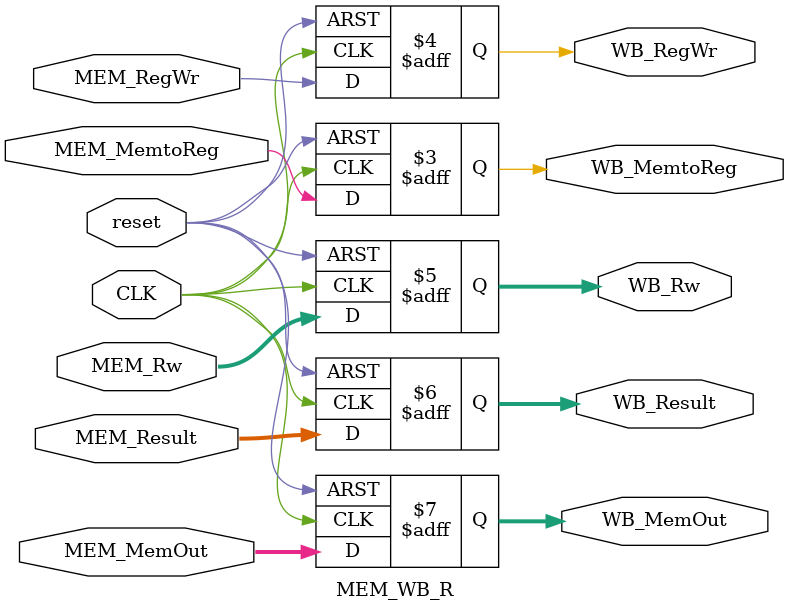
<source format=v>
`timescale 1ns / 1ps
module MEM_WB_R(
	MEM_MemtoReg, MEM_RegWr, MEM_Rw, MEM_Result, MEM_MemOut, 
	WB_MemtoReg, WB_RegWr, WB_Rw, WB_Result, WB_MemOut,
	CLK, reset
    );
input CLK, reset;
input MEM_MemtoReg, MEM_RegWr;
input [4:0] MEM_Rw;
input [31:0] MEM_Result, MEM_MemOut;
output WB_MemtoReg, WB_RegWr;
output [4:0] WB_Rw;
output [31:0] WB_Result, WB_MemOut;
reg WB_MemtoReg, WB_RegWr;
reg [4:0] WB_Rw;
reg [31:0] WB_Result, WB_MemOut;
always @ (negedge reset or posedge CLK)
	if (reset == 0)
	begin
		WB_MemtoReg <= 0;
		WB_RegWr <= 0;
		WB_Rw <= 0;
		WB_Result <= 0;
		WB_MemOut <= 0;
	end
	else
	begin
		WB_MemtoReg <= MEM_MemtoReg;
		WB_RegWr <= MEM_RegWr;
		WB_Rw <= MEM_Rw;
		WB_Result <= MEM_Result;
		WB_MemOut <= MEM_MemOut;
	end
endmodule

</source>
